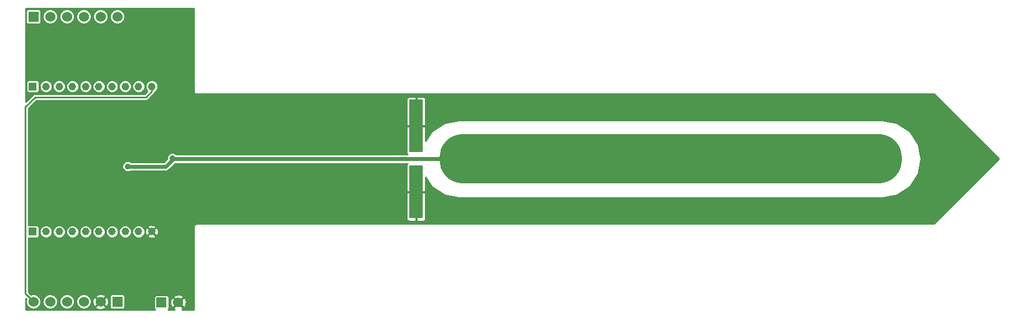
<source format=gbl>
G04 (created by PCBNEW (22-Jun-2014 BZR 4027)-stable) date Thu 31 Jul 2014 05:41:25 PM UTC*
%MOIN*%
G04 Gerber Fmt 3.4, Leading zero omitted, Abs format*
%FSLAX34Y34*%
G01*
G70*
G90*
G04 APERTURE LIST*
%ADD10C,0.00590551*%
%ADD11R,0.06X0.06*%
%ADD12C,0.06*%
%ADD13C,0.0453*%
%ADD14R,0.0453X0.0453*%
%ADD15R,0.0787402X0.314961*%
%ADD16O,2.75591X0.295276*%
%ADD17C,0.035*%
%ADD18C,0.01*%
%ADD19C,0.024*%
G04 APERTURE END LIST*
G54D10*
G54D11*
X32620Y-40994D03*
G54D12*
X33620Y-40994D03*
G54D11*
X29990Y-40939D03*
G54D12*
X28990Y-40939D03*
X27990Y-40939D03*
X26990Y-40939D03*
X25990Y-40939D03*
X24990Y-40939D03*
G54D11*
X24990Y-23939D03*
G54D12*
X25990Y-23939D03*
X26990Y-23939D03*
X27990Y-23939D03*
X28990Y-23939D03*
X29990Y-23939D03*
G54D13*
X32037Y-28100D03*
X28888Y-28100D03*
X29675Y-28100D03*
X30463Y-28100D03*
X31250Y-28100D03*
X28100Y-28100D03*
X27313Y-28100D03*
X26525Y-28100D03*
G54D14*
X24951Y-28100D03*
G54D13*
X25738Y-28100D03*
X32037Y-36761D03*
X28888Y-36761D03*
X29675Y-36761D03*
X30463Y-36761D03*
X31250Y-36761D03*
X28100Y-36761D03*
X27313Y-36761D03*
X26525Y-36761D03*
G54D14*
X24951Y-36761D03*
G54D13*
X25738Y-36761D03*
G54D15*
X47785Y-34399D03*
X47785Y-30462D03*
G54D16*
X62942Y-32431D03*
G54D17*
X30610Y-32874D03*
X33267Y-32381D03*
G54D18*
X32037Y-28100D02*
X32037Y-28395D01*
X24507Y-40457D02*
X24990Y-40939D01*
X24507Y-29330D02*
X24507Y-40457D01*
X25098Y-28740D02*
X24507Y-29330D01*
X31692Y-28740D02*
X25098Y-28740D01*
X32037Y-28395D02*
X31692Y-28740D01*
G54D19*
X33267Y-32381D02*
X33267Y-32480D01*
X32874Y-32874D02*
X30610Y-32874D01*
X33267Y-32480D02*
X32874Y-32874D01*
X62942Y-32431D02*
X33316Y-32431D01*
X33316Y-32431D02*
X33267Y-32381D01*
G54D10*
G36*
X82486Y-32431D02*
X78620Y-36296D01*
X77846Y-36296D01*
X77846Y-32431D01*
X77670Y-31545D01*
X77168Y-30795D01*
X76417Y-30293D01*
X75532Y-30117D01*
X50353Y-30117D01*
X49467Y-30293D01*
X48717Y-30795D01*
X48349Y-31345D01*
X48349Y-28854D01*
X48323Y-28791D01*
X48275Y-28743D01*
X48213Y-28717D01*
X48145Y-28717D01*
X47837Y-28717D01*
X47795Y-28760D01*
X47795Y-30452D01*
X48306Y-30452D01*
X48349Y-30410D01*
X48349Y-28854D01*
X48349Y-31345D01*
X48349Y-31346D01*
X48349Y-30515D01*
X48306Y-30472D01*
X47795Y-30472D01*
X47795Y-30480D01*
X47775Y-30480D01*
X47775Y-30472D01*
X47775Y-30452D01*
X47775Y-28760D01*
X47732Y-28717D01*
X47425Y-28717D01*
X47357Y-28717D01*
X47295Y-28743D01*
X47247Y-28791D01*
X47221Y-28854D01*
X47221Y-30410D01*
X47264Y-30452D01*
X47775Y-30452D01*
X47775Y-30472D01*
X47264Y-30472D01*
X47221Y-30515D01*
X47221Y-32071D01*
X47247Y-32133D01*
X47275Y-32161D01*
X33506Y-32161D01*
X33452Y-32106D01*
X33332Y-32056D01*
X33203Y-32056D01*
X33083Y-32106D01*
X32992Y-32197D01*
X32942Y-32316D01*
X32942Y-32423D01*
X32762Y-32604D01*
X30799Y-32604D01*
X30794Y-32598D01*
X30675Y-32549D01*
X30545Y-32548D01*
X30426Y-32598D01*
X30334Y-32689D01*
X30285Y-32809D01*
X30285Y-32938D01*
X30334Y-33057D01*
X30425Y-33149D01*
X30545Y-33198D01*
X30674Y-33199D01*
X30794Y-33149D01*
X30799Y-33144D01*
X32874Y-33144D01*
X32977Y-33123D01*
X32977Y-33123D01*
X33064Y-33064D01*
X33428Y-32701D01*
X47275Y-32701D01*
X47247Y-32728D01*
X47221Y-32791D01*
X47221Y-34347D01*
X47264Y-34389D01*
X47775Y-34389D01*
X47775Y-34381D01*
X47795Y-34381D01*
X47795Y-34389D01*
X48306Y-34389D01*
X48349Y-34347D01*
X48349Y-33516D01*
X48717Y-34067D01*
X49467Y-34568D01*
X50353Y-34744D01*
X75532Y-34744D01*
X76417Y-34568D01*
X77168Y-34067D01*
X77670Y-33316D01*
X77846Y-32431D01*
X77846Y-36296D01*
X76722Y-36296D01*
X48349Y-36296D01*
X48349Y-36008D01*
X48349Y-34452D01*
X48306Y-34409D01*
X47795Y-34409D01*
X47795Y-36101D01*
X47837Y-36144D01*
X48145Y-36144D01*
X48213Y-36144D01*
X48275Y-36118D01*
X48323Y-36070D01*
X48349Y-36008D01*
X48349Y-36296D01*
X47775Y-36296D01*
X47775Y-36101D01*
X47775Y-34409D01*
X47264Y-34409D01*
X47221Y-34452D01*
X47221Y-36008D01*
X47247Y-36070D01*
X47295Y-36118D01*
X47357Y-36144D01*
X47425Y-36144D01*
X47732Y-36144D01*
X47775Y-36101D01*
X47775Y-36296D01*
X34694Y-36296D01*
X34629Y-36309D01*
X34574Y-36346D01*
X34538Y-36401D01*
X34525Y-36466D01*
X34525Y-41414D01*
X34091Y-41414D01*
X34091Y-40909D01*
X34023Y-40735D01*
X34013Y-40720D01*
X33935Y-40692D01*
X33921Y-40706D01*
X33921Y-40678D01*
X33893Y-40600D01*
X33722Y-40525D01*
X33535Y-40522D01*
X33361Y-40590D01*
X33346Y-40600D01*
X33318Y-40678D01*
X33620Y-40979D01*
X33921Y-40678D01*
X33921Y-40706D01*
X33634Y-40994D01*
X33935Y-41295D01*
X34013Y-41267D01*
X34088Y-41096D01*
X34091Y-40909D01*
X34091Y-41414D01*
X33834Y-41414D01*
X33878Y-41397D01*
X33893Y-41387D01*
X33921Y-41309D01*
X33620Y-41008D01*
X33605Y-41022D01*
X33605Y-40994D01*
X33304Y-40692D01*
X33226Y-40720D01*
X33151Y-40891D01*
X33148Y-41078D01*
X33216Y-41252D01*
X33226Y-41267D01*
X33304Y-41295D01*
X33605Y-40994D01*
X33605Y-41022D01*
X33318Y-41309D01*
X33346Y-41387D01*
X33409Y-41414D01*
X33011Y-41414D01*
X33047Y-41379D01*
X33070Y-41324D01*
X33070Y-41264D01*
X33070Y-40664D01*
X33047Y-40609D01*
X33005Y-40567D01*
X32950Y-40544D01*
X32890Y-40544D01*
X32434Y-40544D01*
X32434Y-36688D01*
X32376Y-36542D01*
X32369Y-36532D01*
X32299Y-36513D01*
X32285Y-36527D01*
X32285Y-36499D01*
X32266Y-36428D01*
X32121Y-36366D01*
X31963Y-36364D01*
X31817Y-36422D01*
X31807Y-36428D01*
X31788Y-36499D01*
X32037Y-36747D01*
X32285Y-36499D01*
X32285Y-36527D01*
X32051Y-36761D01*
X32299Y-37010D01*
X32369Y-36991D01*
X32432Y-36846D01*
X32434Y-36688D01*
X32434Y-40544D01*
X32290Y-40544D01*
X32285Y-40545D01*
X32285Y-37024D01*
X32037Y-36775D01*
X32022Y-36790D01*
X32022Y-36761D01*
X31774Y-36513D01*
X31704Y-36532D01*
X31641Y-36677D01*
X31639Y-36834D01*
X31697Y-36981D01*
X31704Y-36991D01*
X31774Y-37010D01*
X32022Y-36761D01*
X32022Y-36790D01*
X31788Y-37024D01*
X31807Y-37094D01*
X31952Y-37157D01*
X32110Y-37159D01*
X32256Y-37101D01*
X32266Y-37094D01*
X32285Y-37024D01*
X32285Y-40545D01*
X32235Y-40566D01*
X32192Y-40609D01*
X32170Y-40664D01*
X32170Y-40723D01*
X32170Y-41323D01*
X32192Y-41378D01*
X32228Y-41414D01*
X31626Y-41414D01*
X31626Y-36687D01*
X31569Y-36548D01*
X31463Y-36442D01*
X31325Y-36385D01*
X31175Y-36385D01*
X31037Y-36442D01*
X30931Y-36548D01*
X30873Y-36686D01*
X30873Y-36836D01*
X30930Y-36974D01*
X31036Y-37080D01*
X31174Y-37138D01*
X31324Y-37138D01*
X31463Y-37081D01*
X31569Y-36975D01*
X31626Y-36837D01*
X31626Y-36687D01*
X31626Y-41414D01*
X30839Y-41414D01*
X30839Y-36687D01*
X30782Y-36548D01*
X30676Y-36442D01*
X30538Y-36385D01*
X30388Y-36385D01*
X30250Y-36442D01*
X30144Y-36548D01*
X30086Y-36686D01*
X30086Y-36836D01*
X30143Y-36974D01*
X30249Y-37080D01*
X30387Y-37138D01*
X30537Y-37138D01*
X30676Y-37081D01*
X30782Y-36975D01*
X30839Y-36837D01*
X30839Y-36687D01*
X30839Y-41414D01*
X30440Y-41414D01*
X30440Y-41210D01*
X30440Y-40610D01*
X30417Y-40554D01*
X30375Y-40512D01*
X30320Y-40489D01*
X30260Y-40489D01*
X30051Y-40489D01*
X30051Y-36687D01*
X29994Y-36548D01*
X29888Y-36442D01*
X29750Y-36385D01*
X29600Y-36385D01*
X29462Y-36442D01*
X29356Y-36548D01*
X29298Y-36686D01*
X29298Y-36836D01*
X29355Y-36974D01*
X29461Y-37080D01*
X29599Y-37138D01*
X29749Y-37138D01*
X29888Y-37081D01*
X29994Y-36975D01*
X30051Y-36837D01*
X30051Y-36687D01*
X30051Y-40489D01*
X29660Y-40489D01*
X29605Y-40512D01*
X29563Y-40554D01*
X29540Y-40609D01*
X29540Y-40669D01*
X29540Y-41269D01*
X29562Y-41324D01*
X29605Y-41366D01*
X29660Y-41389D01*
X29719Y-41389D01*
X30319Y-41389D01*
X30375Y-41367D01*
X30417Y-41324D01*
X30440Y-41269D01*
X30440Y-41210D01*
X30440Y-41414D01*
X29461Y-41414D01*
X29461Y-40854D01*
X29393Y-40680D01*
X29383Y-40666D01*
X29305Y-40638D01*
X29291Y-40652D01*
X29291Y-40623D01*
X29264Y-40548D01*
X29264Y-36687D01*
X29207Y-36548D01*
X29101Y-36442D01*
X28963Y-36385D01*
X28813Y-36385D01*
X28675Y-36442D01*
X28569Y-36548D01*
X28511Y-36686D01*
X28511Y-36836D01*
X28568Y-36974D01*
X28674Y-37080D01*
X28812Y-37138D01*
X28962Y-37138D01*
X29101Y-37081D01*
X29207Y-36975D01*
X29264Y-36837D01*
X29264Y-36687D01*
X29264Y-40548D01*
X29263Y-40546D01*
X29092Y-40471D01*
X28905Y-40468D01*
X28731Y-40536D01*
X28716Y-40546D01*
X28688Y-40623D01*
X28990Y-40925D01*
X29291Y-40623D01*
X29291Y-40652D01*
X29004Y-40939D01*
X29305Y-41241D01*
X29383Y-41213D01*
X29458Y-41041D01*
X29461Y-40854D01*
X29461Y-41414D01*
X29291Y-41414D01*
X29291Y-41255D01*
X28990Y-40953D01*
X28976Y-40968D01*
X28976Y-40939D01*
X28674Y-40638D01*
X28596Y-40666D01*
X28521Y-40837D01*
X28518Y-41024D01*
X28586Y-41198D01*
X28596Y-41213D01*
X28674Y-41241D01*
X28976Y-40939D01*
X28976Y-40968D01*
X28688Y-41255D01*
X28716Y-41333D01*
X28888Y-41407D01*
X29074Y-41411D01*
X29249Y-41343D01*
X29263Y-41333D01*
X29291Y-41255D01*
X29291Y-41414D01*
X28476Y-41414D01*
X28476Y-36687D01*
X28419Y-36548D01*
X28313Y-36442D01*
X28175Y-36385D01*
X28025Y-36385D01*
X27887Y-36442D01*
X27781Y-36548D01*
X27723Y-36686D01*
X27723Y-36836D01*
X27780Y-36974D01*
X27886Y-37080D01*
X28024Y-37138D01*
X28174Y-37138D01*
X28313Y-37081D01*
X28419Y-36975D01*
X28476Y-36837D01*
X28476Y-36687D01*
X28476Y-41414D01*
X28440Y-41414D01*
X28440Y-40850D01*
X28371Y-40685D01*
X28245Y-40558D01*
X28080Y-40489D01*
X27901Y-40489D01*
X27735Y-40558D01*
X27689Y-40603D01*
X27689Y-36687D01*
X27632Y-36548D01*
X27526Y-36442D01*
X27388Y-36385D01*
X27238Y-36385D01*
X27100Y-36442D01*
X26994Y-36548D01*
X26936Y-36686D01*
X26936Y-36836D01*
X26993Y-36974D01*
X27099Y-37080D01*
X27237Y-37138D01*
X27387Y-37138D01*
X27526Y-37081D01*
X27632Y-36975D01*
X27689Y-36837D01*
X27689Y-36687D01*
X27689Y-40603D01*
X27608Y-40684D01*
X27540Y-40849D01*
X27540Y-41028D01*
X27608Y-41194D01*
X27734Y-41321D01*
X27900Y-41389D01*
X28079Y-41389D01*
X28244Y-41321D01*
X28371Y-41195D01*
X28440Y-41029D01*
X28440Y-40850D01*
X28440Y-41414D01*
X27440Y-41414D01*
X27440Y-40850D01*
X27371Y-40685D01*
X27245Y-40558D01*
X27080Y-40489D01*
X26901Y-40489D01*
X26901Y-36687D01*
X26844Y-36548D01*
X26738Y-36442D01*
X26600Y-36385D01*
X26450Y-36385D01*
X26312Y-36442D01*
X26206Y-36548D01*
X26148Y-36686D01*
X26148Y-36836D01*
X26205Y-36974D01*
X26311Y-37080D01*
X26449Y-37138D01*
X26599Y-37138D01*
X26738Y-37081D01*
X26844Y-36975D01*
X26901Y-36837D01*
X26901Y-36687D01*
X26901Y-40489D01*
X26901Y-40489D01*
X26735Y-40558D01*
X26608Y-40684D01*
X26540Y-40849D01*
X26540Y-41028D01*
X26608Y-41194D01*
X26734Y-41321D01*
X26900Y-41389D01*
X27079Y-41389D01*
X27244Y-41321D01*
X27371Y-41195D01*
X27440Y-41029D01*
X27440Y-40850D01*
X27440Y-41414D01*
X26440Y-41414D01*
X26440Y-40850D01*
X26371Y-40685D01*
X26245Y-40558D01*
X26114Y-40504D01*
X26114Y-36687D01*
X26057Y-36548D01*
X25951Y-36442D01*
X25813Y-36385D01*
X25663Y-36385D01*
X25525Y-36442D01*
X25419Y-36548D01*
X25361Y-36686D01*
X25361Y-36836D01*
X25418Y-36974D01*
X25524Y-37080D01*
X25662Y-37138D01*
X25812Y-37138D01*
X25951Y-37081D01*
X26057Y-36975D01*
X26114Y-36837D01*
X26114Y-36687D01*
X26114Y-40504D01*
X26080Y-40489D01*
X25901Y-40489D01*
X25735Y-40558D01*
X25608Y-40684D01*
X25540Y-40849D01*
X25540Y-41028D01*
X25608Y-41194D01*
X25734Y-41321D01*
X25900Y-41389D01*
X26079Y-41389D01*
X26244Y-41321D01*
X26371Y-41195D01*
X26440Y-41029D01*
X26440Y-40850D01*
X26440Y-41414D01*
X24529Y-41414D01*
X24529Y-40762D01*
X24562Y-40795D01*
X24540Y-40849D01*
X24540Y-41028D01*
X24608Y-41194D01*
X24734Y-41321D01*
X24900Y-41389D01*
X25079Y-41389D01*
X25244Y-41321D01*
X25371Y-41195D01*
X25440Y-41029D01*
X25440Y-40850D01*
X25371Y-40685D01*
X25245Y-40558D01*
X25080Y-40489D01*
X24901Y-40489D01*
X24845Y-40512D01*
X24707Y-40374D01*
X24707Y-37138D01*
X24754Y-37138D01*
X25207Y-37138D01*
X25262Y-37115D01*
X25304Y-37073D01*
X25327Y-37018D01*
X25327Y-36958D01*
X25327Y-36505D01*
X25304Y-36450D01*
X25262Y-36408D01*
X25207Y-36385D01*
X25147Y-36385D01*
X24707Y-36385D01*
X24707Y-29413D01*
X25181Y-28940D01*
X31692Y-28940D01*
X31769Y-28924D01*
X31834Y-28881D01*
X32178Y-28537D01*
X32178Y-28537D01*
X32207Y-28494D01*
X32221Y-28472D01*
X32221Y-28472D01*
X32230Y-28427D01*
X32250Y-28419D01*
X32356Y-28313D01*
X32413Y-28175D01*
X32413Y-28025D01*
X32356Y-27887D01*
X32250Y-27781D01*
X32112Y-27723D01*
X31962Y-27723D01*
X31824Y-27781D01*
X31718Y-27886D01*
X31660Y-28025D01*
X31660Y-28174D01*
X31717Y-28313D01*
X31777Y-28372D01*
X31626Y-28523D01*
X31626Y-28025D01*
X31569Y-27887D01*
X31463Y-27781D01*
X31325Y-27723D01*
X31175Y-27723D01*
X31037Y-27781D01*
X30931Y-27886D01*
X30873Y-28025D01*
X30873Y-28174D01*
X30930Y-28313D01*
X31036Y-28419D01*
X31174Y-28476D01*
X31324Y-28476D01*
X31463Y-28419D01*
X31569Y-28313D01*
X31626Y-28175D01*
X31626Y-28025D01*
X31626Y-28523D01*
X31610Y-28540D01*
X30839Y-28540D01*
X30839Y-28025D01*
X30782Y-27887D01*
X30676Y-27781D01*
X30538Y-27723D01*
X30440Y-27723D01*
X30440Y-23850D01*
X30371Y-23685D01*
X30245Y-23558D01*
X30080Y-23489D01*
X29901Y-23489D01*
X29735Y-23558D01*
X29608Y-23684D01*
X29540Y-23849D01*
X29540Y-24028D01*
X29608Y-24194D01*
X29734Y-24321D01*
X29900Y-24389D01*
X30079Y-24389D01*
X30244Y-24321D01*
X30371Y-24195D01*
X30440Y-24029D01*
X30440Y-23850D01*
X30440Y-27723D01*
X30388Y-27723D01*
X30250Y-27781D01*
X30144Y-27886D01*
X30086Y-28025D01*
X30086Y-28174D01*
X30143Y-28313D01*
X30249Y-28419D01*
X30387Y-28476D01*
X30537Y-28476D01*
X30676Y-28419D01*
X30782Y-28313D01*
X30839Y-28175D01*
X30839Y-28025D01*
X30839Y-28540D01*
X30051Y-28540D01*
X30051Y-28025D01*
X29994Y-27887D01*
X29888Y-27781D01*
X29750Y-27723D01*
X29600Y-27723D01*
X29462Y-27781D01*
X29440Y-27802D01*
X29440Y-23850D01*
X29371Y-23685D01*
X29245Y-23558D01*
X29080Y-23489D01*
X28901Y-23489D01*
X28735Y-23558D01*
X28608Y-23684D01*
X28540Y-23849D01*
X28540Y-24028D01*
X28608Y-24194D01*
X28734Y-24321D01*
X28900Y-24389D01*
X29079Y-24389D01*
X29244Y-24321D01*
X29371Y-24195D01*
X29440Y-24029D01*
X29440Y-23850D01*
X29440Y-27802D01*
X29356Y-27886D01*
X29298Y-28025D01*
X29298Y-28174D01*
X29355Y-28313D01*
X29461Y-28419D01*
X29599Y-28476D01*
X29749Y-28476D01*
X29888Y-28419D01*
X29994Y-28313D01*
X30051Y-28175D01*
X30051Y-28025D01*
X30051Y-28540D01*
X29264Y-28540D01*
X29264Y-28025D01*
X29207Y-27887D01*
X29101Y-27781D01*
X28963Y-27723D01*
X28813Y-27723D01*
X28675Y-27781D01*
X28569Y-27886D01*
X28511Y-28025D01*
X28511Y-28174D01*
X28568Y-28313D01*
X28674Y-28419D01*
X28812Y-28476D01*
X28962Y-28476D01*
X29101Y-28419D01*
X29207Y-28313D01*
X29264Y-28175D01*
X29264Y-28025D01*
X29264Y-28540D01*
X28476Y-28540D01*
X28476Y-28025D01*
X28440Y-27937D01*
X28440Y-23850D01*
X28371Y-23685D01*
X28245Y-23558D01*
X28080Y-23489D01*
X27901Y-23489D01*
X27735Y-23558D01*
X27608Y-23684D01*
X27540Y-23849D01*
X27540Y-24028D01*
X27608Y-24194D01*
X27734Y-24321D01*
X27900Y-24389D01*
X28079Y-24389D01*
X28244Y-24321D01*
X28371Y-24195D01*
X28440Y-24029D01*
X28440Y-23850D01*
X28440Y-27937D01*
X28419Y-27887D01*
X28313Y-27781D01*
X28175Y-27723D01*
X28025Y-27723D01*
X27887Y-27781D01*
X27781Y-27886D01*
X27723Y-28025D01*
X27723Y-28174D01*
X27780Y-28313D01*
X27886Y-28419D01*
X28024Y-28476D01*
X28174Y-28476D01*
X28313Y-28419D01*
X28419Y-28313D01*
X28476Y-28175D01*
X28476Y-28025D01*
X28476Y-28540D01*
X27689Y-28540D01*
X27689Y-28025D01*
X27632Y-27887D01*
X27526Y-27781D01*
X27440Y-27745D01*
X27440Y-23850D01*
X27371Y-23685D01*
X27245Y-23558D01*
X27080Y-23489D01*
X26901Y-23489D01*
X26735Y-23558D01*
X26608Y-23684D01*
X26540Y-23849D01*
X26540Y-24028D01*
X26608Y-24194D01*
X26734Y-24321D01*
X26900Y-24389D01*
X27079Y-24389D01*
X27244Y-24321D01*
X27371Y-24195D01*
X27440Y-24029D01*
X27440Y-23850D01*
X27440Y-27745D01*
X27388Y-27723D01*
X27238Y-27723D01*
X27100Y-27781D01*
X26994Y-27886D01*
X26936Y-28025D01*
X26936Y-28174D01*
X26993Y-28313D01*
X27099Y-28419D01*
X27237Y-28476D01*
X27387Y-28476D01*
X27526Y-28419D01*
X27632Y-28313D01*
X27689Y-28175D01*
X27689Y-28025D01*
X27689Y-28540D01*
X26901Y-28540D01*
X26901Y-28025D01*
X26844Y-27887D01*
X26738Y-27781D01*
X26600Y-27723D01*
X26450Y-27723D01*
X26440Y-27728D01*
X26440Y-23850D01*
X26371Y-23685D01*
X26245Y-23558D01*
X26080Y-23489D01*
X25901Y-23489D01*
X25735Y-23558D01*
X25608Y-23684D01*
X25540Y-23849D01*
X25540Y-24028D01*
X25608Y-24194D01*
X25734Y-24321D01*
X25900Y-24389D01*
X26079Y-24389D01*
X26244Y-24321D01*
X26371Y-24195D01*
X26440Y-24029D01*
X26440Y-23850D01*
X26440Y-27728D01*
X26312Y-27781D01*
X26206Y-27886D01*
X26148Y-28025D01*
X26148Y-28174D01*
X26205Y-28313D01*
X26311Y-28419D01*
X26449Y-28476D01*
X26599Y-28476D01*
X26738Y-28419D01*
X26844Y-28313D01*
X26901Y-28175D01*
X26901Y-28025D01*
X26901Y-28540D01*
X26114Y-28540D01*
X26114Y-28025D01*
X26057Y-27887D01*
X25951Y-27781D01*
X25813Y-27723D01*
X25663Y-27723D01*
X25525Y-27781D01*
X25440Y-27865D01*
X25440Y-24210D01*
X25440Y-23610D01*
X25417Y-23554D01*
X25375Y-23512D01*
X25320Y-23489D01*
X25260Y-23489D01*
X24660Y-23489D01*
X24605Y-23512D01*
X24563Y-23554D01*
X24540Y-23609D01*
X24540Y-23669D01*
X24540Y-24269D01*
X24562Y-24324D01*
X24605Y-24366D01*
X24660Y-24389D01*
X24719Y-24389D01*
X25319Y-24389D01*
X25375Y-24367D01*
X25417Y-24324D01*
X25440Y-24269D01*
X25440Y-24210D01*
X25440Y-27865D01*
X25419Y-27886D01*
X25361Y-28025D01*
X25361Y-28174D01*
X25418Y-28313D01*
X25524Y-28419D01*
X25662Y-28476D01*
X25812Y-28476D01*
X25951Y-28419D01*
X26057Y-28313D01*
X26114Y-28175D01*
X26114Y-28025D01*
X26114Y-28540D01*
X25327Y-28540D01*
X25327Y-28297D01*
X25327Y-27844D01*
X25304Y-27789D01*
X25262Y-27746D01*
X25207Y-27723D01*
X25147Y-27723D01*
X24694Y-27723D01*
X24639Y-27746D01*
X24597Y-27788D01*
X24574Y-27843D01*
X24574Y-27903D01*
X24574Y-28356D01*
X24597Y-28411D01*
X24639Y-28453D01*
X24694Y-28476D01*
X24754Y-28476D01*
X25207Y-28476D01*
X25262Y-28454D01*
X25304Y-28411D01*
X25327Y-28356D01*
X25327Y-28297D01*
X25327Y-28540D01*
X25098Y-28540D01*
X25034Y-28552D01*
X25021Y-28555D01*
X24957Y-28598D01*
X24529Y-29025D01*
X24529Y-23447D01*
X34525Y-23447D01*
X34525Y-28395D01*
X34538Y-28460D01*
X34574Y-28515D01*
X34629Y-28552D01*
X34694Y-28565D01*
X76722Y-28565D01*
X78620Y-28565D01*
X82486Y-32431D01*
X82486Y-32431D01*
G37*
G54D18*
X82486Y-32431D02*
X78620Y-36296D01*
X77846Y-36296D01*
X77846Y-32431D01*
X77670Y-31545D01*
X77168Y-30795D01*
X76417Y-30293D01*
X75532Y-30117D01*
X50353Y-30117D01*
X49467Y-30293D01*
X48717Y-30795D01*
X48349Y-31345D01*
X48349Y-28854D01*
X48323Y-28791D01*
X48275Y-28743D01*
X48213Y-28717D01*
X48145Y-28717D01*
X47837Y-28717D01*
X47795Y-28760D01*
X47795Y-30452D01*
X48306Y-30452D01*
X48349Y-30410D01*
X48349Y-28854D01*
X48349Y-31345D01*
X48349Y-31346D01*
X48349Y-30515D01*
X48306Y-30472D01*
X47795Y-30472D01*
X47795Y-30480D01*
X47775Y-30480D01*
X47775Y-30472D01*
X47775Y-30452D01*
X47775Y-28760D01*
X47732Y-28717D01*
X47425Y-28717D01*
X47357Y-28717D01*
X47295Y-28743D01*
X47247Y-28791D01*
X47221Y-28854D01*
X47221Y-30410D01*
X47264Y-30452D01*
X47775Y-30452D01*
X47775Y-30472D01*
X47264Y-30472D01*
X47221Y-30515D01*
X47221Y-32071D01*
X47247Y-32133D01*
X47275Y-32161D01*
X33506Y-32161D01*
X33452Y-32106D01*
X33332Y-32056D01*
X33203Y-32056D01*
X33083Y-32106D01*
X32992Y-32197D01*
X32942Y-32316D01*
X32942Y-32423D01*
X32762Y-32604D01*
X30799Y-32604D01*
X30794Y-32598D01*
X30675Y-32549D01*
X30545Y-32548D01*
X30426Y-32598D01*
X30334Y-32689D01*
X30285Y-32809D01*
X30285Y-32938D01*
X30334Y-33057D01*
X30425Y-33149D01*
X30545Y-33198D01*
X30674Y-33199D01*
X30794Y-33149D01*
X30799Y-33144D01*
X32874Y-33144D01*
X32977Y-33123D01*
X32977Y-33123D01*
X33064Y-33064D01*
X33428Y-32701D01*
X47275Y-32701D01*
X47247Y-32728D01*
X47221Y-32791D01*
X47221Y-34347D01*
X47264Y-34389D01*
X47775Y-34389D01*
X47775Y-34381D01*
X47795Y-34381D01*
X47795Y-34389D01*
X48306Y-34389D01*
X48349Y-34347D01*
X48349Y-33516D01*
X48717Y-34067D01*
X49467Y-34568D01*
X50353Y-34744D01*
X75532Y-34744D01*
X76417Y-34568D01*
X77168Y-34067D01*
X77670Y-33316D01*
X77846Y-32431D01*
X77846Y-36296D01*
X76722Y-36296D01*
X48349Y-36296D01*
X48349Y-36008D01*
X48349Y-34452D01*
X48306Y-34409D01*
X47795Y-34409D01*
X47795Y-36101D01*
X47837Y-36144D01*
X48145Y-36144D01*
X48213Y-36144D01*
X48275Y-36118D01*
X48323Y-36070D01*
X48349Y-36008D01*
X48349Y-36296D01*
X47775Y-36296D01*
X47775Y-36101D01*
X47775Y-34409D01*
X47264Y-34409D01*
X47221Y-34452D01*
X47221Y-36008D01*
X47247Y-36070D01*
X47295Y-36118D01*
X47357Y-36144D01*
X47425Y-36144D01*
X47732Y-36144D01*
X47775Y-36101D01*
X47775Y-36296D01*
X34694Y-36296D01*
X34629Y-36309D01*
X34574Y-36346D01*
X34538Y-36401D01*
X34525Y-36466D01*
X34525Y-41414D01*
X34091Y-41414D01*
X34091Y-40909D01*
X34023Y-40735D01*
X34013Y-40720D01*
X33935Y-40692D01*
X33921Y-40706D01*
X33921Y-40678D01*
X33893Y-40600D01*
X33722Y-40525D01*
X33535Y-40522D01*
X33361Y-40590D01*
X33346Y-40600D01*
X33318Y-40678D01*
X33620Y-40979D01*
X33921Y-40678D01*
X33921Y-40706D01*
X33634Y-40994D01*
X33935Y-41295D01*
X34013Y-41267D01*
X34088Y-41096D01*
X34091Y-40909D01*
X34091Y-41414D01*
X33834Y-41414D01*
X33878Y-41397D01*
X33893Y-41387D01*
X33921Y-41309D01*
X33620Y-41008D01*
X33605Y-41022D01*
X33605Y-40994D01*
X33304Y-40692D01*
X33226Y-40720D01*
X33151Y-40891D01*
X33148Y-41078D01*
X33216Y-41252D01*
X33226Y-41267D01*
X33304Y-41295D01*
X33605Y-40994D01*
X33605Y-41022D01*
X33318Y-41309D01*
X33346Y-41387D01*
X33409Y-41414D01*
X33011Y-41414D01*
X33047Y-41379D01*
X33070Y-41324D01*
X33070Y-41264D01*
X33070Y-40664D01*
X33047Y-40609D01*
X33005Y-40567D01*
X32950Y-40544D01*
X32890Y-40544D01*
X32434Y-40544D01*
X32434Y-36688D01*
X32376Y-36542D01*
X32369Y-36532D01*
X32299Y-36513D01*
X32285Y-36527D01*
X32285Y-36499D01*
X32266Y-36428D01*
X32121Y-36366D01*
X31963Y-36364D01*
X31817Y-36422D01*
X31807Y-36428D01*
X31788Y-36499D01*
X32037Y-36747D01*
X32285Y-36499D01*
X32285Y-36527D01*
X32051Y-36761D01*
X32299Y-37010D01*
X32369Y-36991D01*
X32432Y-36846D01*
X32434Y-36688D01*
X32434Y-40544D01*
X32290Y-40544D01*
X32285Y-40545D01*
X32285Y-37024D01*
X32037Y-36775D01*
X32022Y-36790D01*
X32022Y-36761D01*
X31774Y-36513D01*
X31704Y-36532D01*
X31641Y-36677D01*
X31639Y-36834D01*
X31697Y-36981D01*
X31704Y-36991D01*
X31774Y-37010D01*
X32022Y-36761D01*
X32022Y-36790D01*
X31788Y-37024D01*
X31807Y-37094D01*
X31952Y-37157D01*
X32110Y-37159D01*
X32256Y-37101D01*
X32266Y-37094D01*
X32285Y-37024D01*
X32285Y-40545D01*
X32235Y-40566D01*
X32192Y-40609D01*
X32170Y-40664D01*
X32170Y-40723D01*
X32170Y-41323D01*
X32192Y-41378D01*
X32228Y-41414D01*
X31626Y-41414D01*
X31626Y-36687D01*
X31569Y-36548D01*
X31463Y-36442D01*
X31325Y-36385D01*
X31175Y-36385D01*
X31037Y-36442D01*
X30931Y-36548D01*
X30873Y-36686D01*
X30873Y-36836D01*
X30930Y-36974D01*
X31036Y-37080D01*
X31174Y-37138D01*
X31324Y-37138D01*
X31463Y-37081D01*
X31569Y-36975D01*
X31626Y-36837D01*
X31626Y-36687D01*
X31626Y-41414D01*
X30839Y-41414D01*
X30839Y-36687D01*
X30782Y-36548D01*
X30676Y-36442D01*
X30538Y-36385D01*
X30388Y-36385D01*
X30250Y-36442D01*
X30144Y-36548D01*
X30086Y-36686D01*
X30086Y-36836D01*
X30143Y-36974D01*
X30249Y-37080D01*
X30387Y-37138D01*
X30537Y-37138D01*
X30676Y-37081D01*
X30782Y-36975D01*
X30839Y-36837D01*
X30839Y-36687D01*
X30839Y-41414D01*
X30440Y-41414D01*
X30440Y-41210D01*
X30440Y-40610D01*
X30417Y-40554D01*
X30375Y-40512D01*
X30320Y-40489D01*
X30260Y-40489D01*
X30051Y-40489D01*
X30051Y-36687D01*
X29994Y-36548D01*
X29888Y-36442D01*
X29750Y-36385D01*
X29600Y-36385D01*
X29462Y-36442D01*
X29356Y-36548D01*
X29298Y-36686D01*
X29298Y-36836D01*
X29355Y-36974D01*
X29461Y-37080D01*
X29599Y-37138D01*
X29749Y-37138D01*
X29888Y-37081D01*
X29994Y-36975D01*
X30051Y-36837D01*
X30051Y-36687D01*
X30051Y-40489D01*
X29660Y-40489D01*
X29605Y-40512D01*
X29563Y-40554D01*
X29540Y-40609D01*
X29540Y-40669D01*
X29540Y-41269D01*
X29562Y-41324D01*
X29605Y-41366D01*
X29660Y-41389D01*
X29719Y-41389D01*
X30319Y-41389D01*
X30375Y-41367D01*
X30417Y-41324D01*
X30440Y-41269D01*
X30440Y-41210D01*
X30440Y-41414D01*
X29461Y-41414D01*
X29461Y-40854D01*
X29393Y-40680D01*
X29383Y-40666D01*
X29305Y-40638D01*
X29291Y-40652D01*
X29291Y-40623D01*
X29264Y-40548D01*
X29264Y-36687D01*
X29207Y-36548D01*
X29101Y-36442D01*
X28963Y-36385D01*
X28813Y-36385D01*
X28675Y-36442D01*
X28569Y-36548D01*
X28511Y-36686D01*
X28511Y-36836D01*
X28568Y-36974D01*
X28674Y-37080D01*
X28812Y-37138D01*
X28962Y-37138D01*
X29101Y-37081D01*
X29207Y-36975D01*
X29264Y-36837D01*
X29264Y-36687D01*
X29264Y-40548D01*
X29263Y-40546D01*
X29092Y-40471D01*
X28905Y-40468D01*
X28731Y-40536D01*
X28716Y-40546D01*
X28688Y-40623D01*
X28990Y-40925D01*
X29291Y-40623D01*
X29291Y-40652D01*
X29004Y-40939D01*
X29305Y-41241D01*
X29383Y-41213D01*
X29458Y-41041D01*
X29461Y-40854D01*
X29461Y-41414D01*
X29291Y-41414D01*
X29291Y-41255D01*
X28990Y-40953D01*
X28976Y-40968D01*
X28976Y-40939D01*
X28674Y-40638D01*
X28596Y-40666D01*
X28521Y-40837D01*
X28518Y-41024D01*
X28586Y-41198D01*
X28596Y-41213D01*
X28674Y-41241D01*
X28976Y-40939D01*
X28976Y-40968D01*
X28688Y-41255D01*
X28716Y-41333D01*
X28888Y-41407D01*
X29074Y-41411D01*
X29249Y-41343D01*
X29263Y-41333D01*
X29291Y-41255D01*
X29291Y-41414D01*
X28476Y-41414D01*
X28476Y-36687D01*
X28419Y-36548D01*
X28313Y-36442D01*
X28175Y-36385D01*
X28025Y-36385D01*
X27887Y-36442D01*
X27781Y-36548D01*
X27723Y-36686D01*
X27723Y-36836D01*
X27780Y-36974D01*
X27886Y-37080D01*
X28024Y-37138D01*
X28174Y-37138D01*
X28313Y-37081D01*
X28419Y-36975D01*
X28476Y-36837D01*
X28476Y-36687D01*
X28476Y-41414D01*
X28440Y-41414D01*
X28440Y-40850D01*
X28371Y-40685D01*
X28245Y-40558D01*
X28080Y-40489D01*
X27901Y-40489D01*
X27735Y-40558D01*
X27689Y-40603D01*
X27689Y-36687D01*
X27632Y-36548D01*
X27526Y-36442D01*
X27388Y-36385D01*
X27238Y-36385D01*
X27100Y-36442D01*
X26994Y-36548D01*
X26936Y-36686D01*
X26936Y-36836D01*
X26993Y-36974D01*
X27099Y-37080D01*
X27237Y-37138D01*
X27387Y-37138D01*
X27526Y-37081D01*
X27632Y-36975D01*
X27689Y-36837D01*
X27689Y-36687D01*
X27689Y-40603D01*
X27608Y-40684D01*
X27540Y-40849D01*
X27540Y-41028D01*
X27608Y-41194D01*
X27734Y-41321D01*
X27900Y-41389D01*
X28079Y-41389D01*
X28244Y-41321D01*
X28371Y-41195D01*
X28440Y-41029D01*
X28440Y-40850D01*
X28440Y-41414D01*
X27440Y-41414D01*
X27440Y-40850D01*
X27371Y-40685D01*
X27245Y-40558D01*
X27080Y-40489D01*
X26901Y-40489D01*
X26901Y-36687D01*
X26844Y-36548D01*
X26738Y-36442D01*
X26600Y-36385D01*
X26450Y-36385D01*
X26312Y-36442D01*
X26206Y-36548D01*
X26148Y-36686D01*
X26148Y-36836D01*
X26205Y-36974D01*
X26311Y-37080D01*
X26449Y-37138D01*
X26599Y-37138D01*
X26738Y-37081D01*
X26844Y-36975D01*
X26901Y-36837D01*
X26901Y-36687D01*
X26901Y-40489D01*
X26901Y-40489D01*
X26735Y-40558D01*
X26608Y-40684D01*
X26540Y-40849D01*
X26540Y-41028D01*
X26608Y-41194D01*
X26734Y-41321D01*
X26900Y-41389D01*
X27079Y-41389D01*
X27244Y-41321D01*
X27371Y-41195D01*
X27440Y-41029D01*
X27440Y-40850D01*
X27440Y-41414D01*
X26440Y-41414D01*
X26440Y-40850D01*
X26371Y-40685D01*
X26245Y-40558D01*
X26114Y-40504D01*
X26114Y-36687D01*
X26057Y-36548D01*
X25951Y-36442D01*
X25813Y-36385D01*
X25663Y-36385D01*
X25525Y-36442D01*
X25419Y-36548D01*
X25361Y-36686D01*
X25361Y-36836D01*
X25418Y-36974D01*
X25524Y-37080D01*
X25662Y-37138D01*
X25812Y-37138D01*
X25951Y-37081D01*
X26057Y-36975D01*
X26114Y-36837D01*
X26114Y-36687D01*
X26114Y-40504D01*
X26080Y-40489D01*
X25901Y-40489D01*
X25735Y-40558D01*
X25608Y-40684D01*
X25540Y-40849D01*
X25540Y-41028D01*
X25608Y-41194D01*
X25734Y-41321D01*
X25900Y-41389D01*
X26079Y-41389D01*
X26244Y-41321D01*
X26371Y-41195D01*
X26440Y-41029D01*
X26440Y-40850D01*
X26440Y-41414D01*
X24529Y-41414D01*
X24529Y-40762D01*
X24562Y-40795D01*
X24540Y-40849D01*
X24540Y-41028D01*
X24608Y-41194D01*
X24734Y-41321D01*
X24900Y-41389D01*
X25079Y-41389D01*
X25244Y-41321D01*
X25371Y-41195D01*
X25440Y-41029D01*
X25440Y-40850D01*
X25371Y-40685D01*
X25245Y-40558D01*
X25080Y-40489D01*
X24901Y-40489D01*
X24845Y-40512D01*
X24707Y-40374D01*
X24707Y-37138D01*
X24754Y-37138D01*
X25207Y-37138D01*
X25262Y-37115D01*
X25304Y-37073D01*
X25327Y-37018D01*
X25327Y-36958D01*
X25327Y-36505D01*
X25304Y-36450D01*
X25262Y-36408D01*
X25207Y-36385D01*
X25147Y-36385D01*
X24707Y-36385D01*
X24707Y-29413D01*
X25181Y-28940D01*
X31692Y-28940D01*
X31769Y-28924D01*
X31834Y-28881D01*
X32178Y-28537D01*
X32178Y-28537D01*
X32207Y-28494D01*
X32221Y-28472D01*
X32221Y-28472D01*
X32230Y-28427D01*
X32250Y-28419D01*
X32356Y-28313D01*
X32413Y-28175D01*
X32413Y-28025D01*
X32356Y-27887D01*
X32250Y-27781D01*
X32112Y-27723D01*
X31962Y-27723D01*
X31824Y-27781D01*
X31718Y-27886D01*
X31660Y-28025D01*
X31660Y-28174D01*
X31717Y-28313D01*
X31777Y-28372D01*
X31626Y-28523D01*
X31626Y-28025D01*
X31569Y-27887D01*
X31463Y-27781D01*
X31325Y-27723D01*
X31175Y-27723D01*
X31037Y-27781D01*
X30931Y-27886D01*
X30873Y-28025D01*
X30873Y-28174D01*
X30930Y-28313D01*
X31036Y-28419D01*
X31174Y-28476D01*
X31324Y-28476D01*
X31463Y-28419D01*
X31569Y-28313D01*
X31626Y-28175D01*
X31626Y-28025D01*
X31626Y-28523D01*
X31610Y-28540D01*
X30839Y-28540D01*
X30839Y-28025D01*
X30782Y-27887D01*
X30676Y-27781D01*
X30538Y-27723D01*
X30440Y-27723D01*
X30440Y-23850D01*
X30371Y-23685D01*
X30245Y-23558D01*
X30080Y-23489D01*
X29901Y-23489D01*
X29735Y-23558D01*
X29608Y-23684D01*
X29540Y-23849D01*
X29540Y-24028D01*
X29608Y-24194D01*
X29734Y-24321D01*
X29900Y-24389D01*
X30079Y-24389D01*
X30244Y-24321D01*
X30371Y-24195D01*
X30440Y-24029D01*
X30440Y-23850D01*
X30440Y-27723D01*
X30388Y-27723D01*
X30250Y-27781D01*
X30144Y-27886D01*
X30086Y-28025D01*
X30086Y-28174D01*
X30143Y-28313D01*
X30249Y-28419D01*
X30387Y-28476D01*
X30537Y-28476D01*
X30676Y-28419D01*
X30782Y-28313D01*
X30839Y-28175D01*
X30839Y-28025D01*
X30839Y-28540D01*
X30051Y-28540D01*
X30051Y-28025D01*
X29994Y-27887D01*
X29888Y-27781D01*
X29750Y-27723D01*
X29600Y-27723D01*
X29462Y-27781D01*
X29440Y-27802D01*
X29440Y-23850D01*
X29371Y-23685D01*
X29245Y-23558D01*
X29080Y-23489D01*
X28901Y-23489D01*
X28735Y-23558D01*
X28608Y-23684D01*
X28540Y-23849D01*
X28540Y-24028D01*
X28608Y-24194D01*
X28734Y-24321D01*
X28900Y-24389D01*
X29079Y-24389D01*
X29244Y-24321D01*
X29371Y-24195D01*
X29440Y-24029D01*
X29440Y-23850D01*
X29440Y-27802D01*
X29356Y-27886D01*
X29298Y-28025D01*
X29298Y-28174D01*
X29355Y-28313D01*
X29461Y-28419D01*
X29599Y-28476D01*
X29749Y-28476D01*
X29888Y-28419D01*
X29994Y-28313D01*
X30051Y-28175D01*
X30051Y-28025D01*
X30051Y-28540D01*
X29264Y-28540D01*
X29264Y-28025D01*
X29207Y-27887D01*
X29101Y-27781D01*
X28963Y-27723D01*
X28813Y-27723D01*
X28675Y-27781D01*
X28569Y-27886D01*
X28511Y-28025D01*
X28511Y-28174D01*
X28568Y-28313D01*
X28674Y-28419D01*
X28812Y-28476D01*
X28962Y-28476D01*
X29101Y-28419D01*
X29207Y-28313D01*
X29264Y-28175D01*
X29264Y-28025D01*
X29264Y-28540D01*
X28476Y-28540D01*
X28476Y-28025D01*
X28440Y-27937D01*
X28440Y-23850D01*
X28371Y-23685D01*
X28245Y-23558D01*
X28080Y-23489D01*
X27901Y-23489D01*
X27735Y-23558D01*
X27608Y-23684D01*
X27540Y-23849D01*
X27540Y-24028D01*
X27608Y-24194D01*
X27734Y-24321D01*
X27900Y-24389D01*
X28079Y-24389D01*
X28244Y-24321D01*
X28371Y-24195D01*
X28440Y-24029D01*
X28440Y-23850D01*
X28440Y-27937D01*
X28419Y-27887D01*
X28313Y-27781D01*
X28175Y-27723D01*
X28025Y-27723D01*
X27887Y-27781D01*
X27781Y-27886D01*
X27723Y-28025D01*
X27723Y-28174D01*
X27780Y-28313D01*
X27886Y-28419D01*
X28024Y-28476D01*
X28174Y-28476D01*
X28313Y-28419D01*
X28419Y-28313D01*
X28476Y-28175D01*
X28476Y-28025D01*
X28476Y-28540D01*
X27689Y-28540D01*
X27689Y-28025D01*
X27632Y-27887D01*
X27526Y-27781D01*
X27440Y-27745D01*
X27440Y-23850D01*
X27371Y-23685D01*
X27245Y-23558D01*
X27080Y-23489D01*
X26901Y-23489D01*
X26735Y-23558D01*
X26608Y-23684D01*
X26540Y-23849D01*
X26540Y-24028D01*
X26608Y-24194D01*
X26734Y-24321D01*
X26900Y-24389D01*
X27079Y-24389D01*
X27244Y-24321D01*
X27371Y-24195D01*
X27440Y-24029D01*
X27440Y-23850D01*
X27440Y-27745D01*
X27388Y-27723D01*
X27238Y-27723D01*
X27100Y-27781D01*
X26994Y-27886D01*
X26936Y-28025D01*
X26936Y-28174D01*
X26993Y-28313D01*
X27099Y-28419D01*
X27237Y-28476D01*
X27387Y-28476D01*
X27526Y-28419D01*
X27632Y-28313D01*
X27689Y-28175D01*
X27689Y-28025D01*
X27689Y-28540D01*
X26901Y-28540D01*
X26901Y-28025D01*
X26844Y-27887D01*
X26738Y-27781D01*
X26600Y-27723D01*
X26450Y-27723D01*
X26440Y-27728D01*
X26440Y-23850D01*
X26371Y-23685D01*
X26245Y-23558D01*
X26080Y-23489D01*
X25901Y-23489D01*
X25735Y-23558D01*
X25608Y-23684D01*
X25540Y-23849D01*
X25540Y-24028D01*
X25608Y-24194D01*
X25734Y-24321D01*
X25900Y-24389D01*
X26079Y-24389D01*
X26244Y-24321D01*
X26371Y-24195D01*
X26440Y-24029D01*
X26440Y-23850D01*
X26440Y-27728D01*
X26312Y-27781D01*
X26206Y-27886D01*
X26148Y-28025D01*
X26148Y-28174D01*
X26205Y-28313D01*
X26311Y-28419D01*
X26449Y-28476D01*
X26599Y-28476D01*
X26738Y-28419D01*
X26844Y-28313D01*
X26901Y-28175D01*
X26901Y-28025D01*
X26901Y-28540D01*
X26114Y-28540D01*
X26114Y-28025D01*
X26057Y-27887D01*
X25951Y-27781D01*
X25813Y-27723D01*
X25663Y-27723D01*
X25525Y-27781D01*
X25440Y-27865D01*
X25440Y-24210D01*
X25440Y-23610D01*
X25417Y-23554D01*
X25375Y-23512D01*
X25320Y-23489D01*
X25260Y-23489D01*
X24660Y-23489D01*
X24605Y-23512D01*
X24563Y-23554D01*
X24540Y-23609D01*
X24540Y-23669D01*
X24540Y-24269D01*
X24562Y-24324D01*
X24605Y-24366D01*
X24660Y-24389D01*
X24719Y-24389D01*
X25319Y-24389D01*
X25375Y-24367D01*
X25417Y-24324D01*
X25440Y-24269D01*
X25440Y-24210D01*
X25440Y-27865D01*
X25419Y-27886D01*
X25361Y-28025D01*
X25361Y-28174D01*
X25418Y-28313D01*
X25524Y-28419D01*
X25662Y-28476D01*
X25812Y-28476D01*
X25951Y-28419D01*
X26057Y-28313D01*
X26114Y-28175D01*
X26114Y-28025D01*
X26114Y-28540D01*
X25327Y-28540D01*
X25327Y-28297D01*
X25327Y-27844D01*
X25304Y-27789D01*
X25262Y-27746D01*
X25207Y-27723D01*
X25147Y-27723D01*
X24694Y-27723D01*
X24639Y-27746D01*
X24597Y-27788D01*
X24574Y-27843D01*
X24574Y-27903D01*
X24574Y-28356D01*
X24597Y-28411D01*
X24639Y-28453D01*
X24694Y-28476D01*
X24754Y-28476D01*
X25207Y-28476D01*
X25262Y-28454D01*
X25304Y-28411D01*
X25327Y-28356D01*
X25327Y-28297D01*
X25327Y-28540D01*
X25098Y-28540D01*
X25034Y-28552D01*
X25021Y-28555D01*
X24957Y-28598D01*
X24529Y-29025D01*
X24529Y-23447D01*
X34525Y-23447D01*
X34525Y-28395D01*
X34538Y-28460D01*
X34574Y-28515D01*
X34629Y-28552D01*
X34694Y-28565D01*
X76722Y-28565D01*
X78620Y-28565D01*
X82486Y-32431D01*
M02*

</source>
